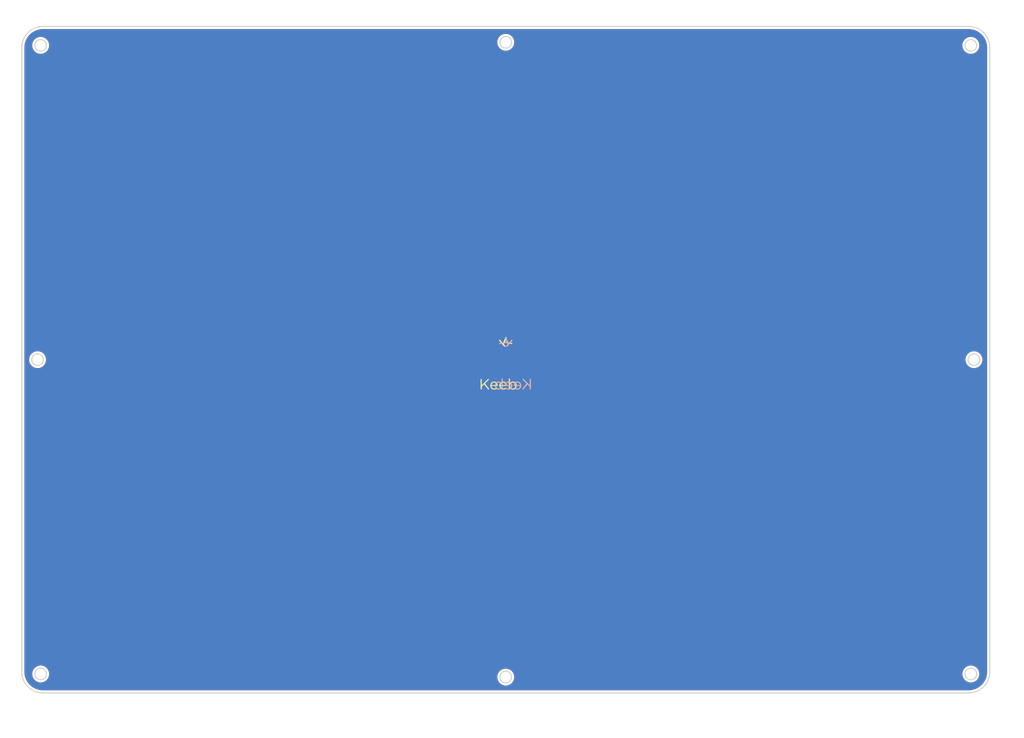
<source format=kicad_pcb>
(kicad_pcb (version 20201002) (generator pcbnew)
  (layers (0 "F.Cu" signal) (31 "B.Cu" signal) (34 "B.Paste" user) (35 "F.Paste" user) (36 "B.SilkS" user "B.Silkscreen") (37 "F.SilkS" user "F.Silkscreen") (38 "B.Mask" user) (39 "F.Mask" user) (44 "Edge.Cuts" user))
  (net 0 "")
  (module "Keebio-Art:Keebio-TwoTone" (layer "F.Cu") (at 119.657914 93.761582)
    (fp_text reference "G***" hide)
    (fp_text value "LOGO" hide)
    (fp_poly (pts (xy -4.610032 3.635048) (xy -4.574385 3.659744) (xy -4.573062 3.661049) (xy -4.542367 3.69174) (xy -4.538133 4.259817) (xy -4.5339 4.827894) (xy -3.959636 4.239171) (xy -3.87329 4.15081) (xy -3.790985 4.066893) (xy -3.713483 3.988185) (xy -3.641547 3.915447) (xy -3.57594 3.849441) (xy -3.517425 3.79093) (xy -3.466763 3.740677) (xy -3.424719 3.699442) (xy -3.392055 3.66799) (xy -3.369533 3.647082) (xy -3.357917 3.637481) (xy -3.357223 3.637091) (xy -3.315768 3.625746) (xy -3.275922 3.630265) (xy -3.240429 3.649614) (xy -3.212031 3.682761) (xy -3.205877 3.694063) (xy -3.199353 3.707359) (xy -3.194315 3.719323) (xy -3.191548 3.730943) (xy -3.191835 3.743206) (xy -3.195961 3.7571) (xy -3.20471 3.773614) (xy -3.218865 3.793734) (xy -3.239212 3.818449) (xy -3.266535 3.848746) (xy -3.301616 3.885613) (xy -3.345241 3.930039) (xy -3.398194 3.98301) (xy -3.461258 4.045515) (xy -3.535219 4.118542) (xy -3.570374 4.153233) (xy -3.635844 4.21804) (xy -3.697497 4.279439) (xy -3.754308 4.336387) (xy -3.805255 4.387841) (xy -3.849313 4.432755) (xy -3.88546 4.470087) (xy -3.91267 4.498792) (xy -3.929922 4.517826) (xy -3.936191 4.526146) (xy -3.936183 4.52633) (xy -3.930404 4.53419) (xy -3.914796 4.55411) (xy -3.890224 4.585018) (xy -3.85755 4.625841) (xy -3.817637 4.675508) (xy -3.771346 4.732947) (xy -3.719542 4.797084) (xy -3.663086 4.866848) (xy -3.602842 4.941166) (xy -3.556 4.998868) (xy -3.4931 5.076429) (xy -3.433082 5.150674) (xy -3.376846 5.220477) (xy -3.325289 5.284713) (xy -3.27931 5.342254) (xy -3.239806 5.391974) (xy -3.207677 5.432749) (xy -3.183819 5.46345) (xy -3.169132 5.482953) (xy -3.164772 5.489371) (xy -3.15189 5.528514) (xy -3.153266 5.567649) (xy -3.166911 5.603669) (xy -3.190838 5.633469) (xy -3.223062 5.653942) (xy -3.261594 5.661982) (xy -3.274827 5.661432) (xy -3.302091 5.655412) (xy -3.32471 5.645045) (xy -3.328808 5.641918) (xy -3.335217 5.635614) (xy -3.344653 5.625335) (xy -3.357754 5.610298) (xy -3.37516 5.589719) (xy -3.397509 5.562813) (xy -3.425442 5.528798) (xy -3.459596 5.486889) (xy -3.500612 5.436303) (xy -3.549128 5.376256) (xy -3.605783 5.305965) (xy -3.671216 5.224645) (xy -3.746067 5.131513) (xy -3.813715 5.047283) (xy -4.10851 4.680133) (xy -4.322963 4.894463) (xy -4.537416 5.108792) (xy -4.542367 5.595129) (xy -4.563533 5.617769) (xy -4.600888 5.648492) (xy -4.639899 5.662392) (xy -4.680796 5.659523) (xy -4.706438 5.649723) (xy -4.730659 5.632714) (xy -4.750159 5.610813) (xy -4.750856 5.609699) (xy -4.75332 5.605142) (xy -4.755514 5.599373) (xy -4.757453 5.591441) (xy -4.759155 5.580392) (xy -4.760633 5.565274) (xy -4.761904 5.545135) (xy -4.762983 5.51902) (xy -4.763887 5.485979) (xy -4.76463 5.445058) (xy -4.765228 5.395304) (xy -4.765697 5.335765) (xy -4.766052 5.265488) (xy -4.766309 5.183521) (xy -4.766483 5.08891) (xy -4.766591 4.980703) (xy -4.766648 4.857948) (xy -4.766668 4.719691) (xy -4.76667 4.643967) (xy -4.766664 4.497669) (xy -4.766633 4.367349) (xy -4.766563 4.252054) (xy -4.766436 4.150827) (xy -4.766236 4.062714) (xy -4.765947 3.98676) (xy -4.765553 3.92201) (xy -4.765036 3.86751) (xy -4.764382 3.822304) (xy -4.763573 3.785438) (xy -4.762594 3.755956) (xy -4.761428 3.732905) (xy -4.760058 3.715329) (xy -4.758468 3.702273) (xy -4.756643 3.692783) (xy -4.754565 3.685903) (xy -4.752218 3.680679) (xy -4.750143 3.677061) (xy -4.722445 3.646067) (xy -4.687541 3.628524) (xy -4.64891 3.624746) (xy -4.610032 3.635048)) (layer "F.SilkS") (width 0.001))
    (fp_poly (pts (xy -0.478468 4.13365) (xy -0.428029 4.136017) (xy -0.389056 4.139502) (xy -0.356084 4.144982) (xy -0.323647 4.153333) (xy -0.291685 4.163588) (xy -0.211835 4.195289) (xy -0.143362 4.233432) (xy -0.081014 4.28127) (xy -0.042333 4.318036) (xy 0.028645 4.40226) (xy 0.086636 4.496947) (xy 0.130871 4.600834) (xy 0.13183 4.603644) (xy 0.151308 4.669315) (xy 0.165587 4.734696) (xy 0.174356 4.796716) (xy 0.177303 4.852305) (xy 0.174119 4.89839) (xy 0.164963 4.930926) (xy 0.159958 4.941778) (xy 0.155174 4.951129) (xy 0.149391 4.959092) (xy 0.141387 4.965777) (xy 0.129942 4.971297) (xy 0.113833 4.975761) (xy 0.09184 4.979283) (xy 0.062741 4.981973) (xy 0.025316 4.983942) (xy -0.021657 4.985302) (xy -0.079398 4.986165) (xy -0.14913 4.986641) (xy -0.232073 4.986843) (xy -0.329448 4.986881) (xy -0.442477 4.986867) (xy -0.448307 4.986867) (xy -0.999834 4.986867) (xy -0.994512 5.018617) (xy -0.971001 5.12002) (xy -0.936491 5.208741) (xy -0.890765 5.285154) (xy -0.833609 5.349632) (xy -0.778054 5.393864) (xy -0.727152 5.425335) (xy -0.678022 5.448157) (xy -0.623609 5.465239) (xy -0.582213 5.474612) (xy -0.487964 5.485208) (xy -0.393156 5.479322) (xy -0.299079 5.457307) (xy -0.207023 5.419512) (xy -0.118278 5.366288) (xy -0.080964 5.338352) (xy -0.050857 5.31521) (xy -0.028891 5.301182) (xy -0.01059 5.294092) (xy 0.008525 5.291763) (xy 0.015057 5.291667) (xy 0.04168 5.29399) (xy 0.061975 5.303408) (xy 0.08128 5.320453) (xy 0.100225 5.342676) (xy 0.108571 5.363815) (xy 0.110067 5.384316) (xy 0.108367 5.405489) (xy 0.101436 5.423568) (xy 0.086528 5.443909) (xy 0.070222 5.461989) (xy 0.008577 5.517834) (xy -0.06569 5.568515) (xy -0.148544 5.611908) (xy -0.235949 5.645889) (xy -0.320552 5.667714) (xy -0.373871 5.674982) (xy -0.436452 5.679052) (xy -0.502503 5.679914) (xy -0.566232 5.677559) (xy -0.621847 5.671976) (xy -0.643467 5.668249) (xy -0.749752 5.638361) (xy -0.847634 5.593907) (xy -0.937659 5.534574) (xy -1.020374 5.460047) (xy -1.037155 5.442121) (xy -1.102608 5.357689) (xy -1.154444 5.263592) (xy -1.19244 5.160528) (xy -1.216373 5.049191) (xy -1.226022 4.930277) (xy -1.224864 4.855633) (xy -1.220558 4.817533) (xy -0.998643 4.817533) (xy -0.0508 4.817533) (xy -0.050859 4.798483) (xy -0.054387 4.766646) (xy -0.063814 4.724505) (xy -0.077643 4.676989) (xy -0.094374 4.629026) (xy -0.11251 4.585545) (xy -0.120697 4.568815) (xy -0.16784 4.493978) (xy -0.224464 4.431547) (xy -0.289267 4.382588) (xy -0.360946 4.348164) (xy -0.407033 4.334859) (xy -0.452659 4.328586) (xy -0.507 4.326915) (xy -0.564289 4.329505) (xy -0.618759 4.336012) (xy -0.664643 4.346094) (xy -0.679236 4.351026) (xy -0.753103 4.388658) (xy -0.819198 4.440594) (xy -0.876708 4.505699) (xy -0.924821 4.58284) (xy -0.962725 4.670883) (xy -0.989609 4.768696) (xy -0.993715 4.790017) (xy -0.998643 4.817533) (xy -1.220558 4.817533) (xy -1.211406 4.73656) (xy -1.183284 4.62592) (xy -1.140426 4.523551) (xy -1.082759 4.429294) (xy -1.010211 4.342988) (xy -0.979498 4.31296) (xy -0.901498 4.248552) (xy -0.821399 4.199199) (xy -0.736923 4.164086) (xy -0.64579 4.142397) (xy -0.545723 4.133316) (xy -0.478468 4.13365)) (layer "F.SilkS") (width 0.001))
    (fp_poly (pts (xy -2.138437 4.13646) (xy -2.03358 4.153331) (xy -1.937527 4.184665) (xy -1.850241 4.230484) (xy -1.771689 4.290807) (xy -1.701834 4.365658) (xy -1.640643 4.455057) (xy -1.599839 4.532894) (xy -1.575806 4.588915) (xy -1.55788 4.642585) (xy -1.544538 4.699655) (xy -1.534254 4.765875) (xy -1.531111 4.792133) (xy -1.526342 4.842545) (xy -1.525579 4.879971) (xy -1.529489 4.908024) (xy -1.538736 4.93032) (xy -1.553986 4.950473) (xy -1.561752 4.958579) (xy -1.59004 4.986867) (xy -2.145453 4.986867) (xy -2.256185 4.986887) (xy -2.351182 4.986968) (xy -2.431646 4.987143) (xy -2.498774 4.987444) (xy -2.553768 4.987902) (xy -2.597825 4.98855) (xy -2.632147 4.989419) (xy -2.657931 4.990541) (xy -2.676379 4.991949) (xy -2.688689 4.993675) (xy -2.696061 4.99575) (xy -2.699694 4.998207) (xy -2.700788 5.001077) (xy -2.700807 5.001683) (xy -2.697536 5.029551) (xy -2.688894 5.0679) (xy -2.676395 5.111742) (xy -2.661546 5.156084) (xy -2.64586 5.195938) (xy -2.635195 5.218482) (xy -2.585643 5.295321) (xy -2.524024 5.360306) (xy -2.450479 5.413316) (xy -2.365151 5.454231) (xy -2.352333 5.458966) (xy -2.322891 5.468704) (xy -2.296245 5.475168) (xy -2.267449 5.479024) (xy -2.231556 5.480938) (xy -2.1844 5.481571) (xy -2.134573 5.481198) (xy -2.096485 5.479209) (xy -2.064973 5.475013) (xy -2.034874 5.46802) (xy -2.015365 5.462242) (xy -1.947778 5.437838) (xy -1.887236 5.408167) (xy -1.827285 5.369798) (xy -1.791698 5.343336) (xy -1.759172 5.31889) (xy -1.735531 5.303507) (xy -1.71683 5.295202) (xy -1.699124 5.291987) (xy -1.689124 5.291667) (xy -1.650582 5.299153) (xy -1.620137 5.319602) (xy -1.600274 5.350003) (xy -1.593476 5.387344) (xy -1.595308 5.405431) (xy -1.60251 5.425311) (xy -1.618264 5.447286) (xy -1.644977 5.474496) (xy -1.65589 5.484514) (xy -1.738312 5.548454) (xy -1.831968 5.602563) (xy -1.93306 5.644808) (xy -1.985433 5.660908) (xy -2.021195 5.667771) (xy -2.069126 5.673032) (xy -2.124754 5.676591) (xy -2.183602 5.678347) (xy -2.241195 5.6782) (xy -2.293059 5.676051) (xy -2.334718 5.671799) (xy -2.3495 5.669045) (xy -2.454823 5.637921) (xy -2.548951 5.595231) (xy -2.63412 5.539719) (xy -2.712567 5.470133) (xy -2.722519 5.45985) (xy -2.792563 5.375728) (xy -2.847821 5.28536) (xy -2.889783 5.186104) (xy -2.9055 5.135033) (xy -2.914792 5.08878) (xy -2.921374 5.030337) (xy -2.925212 4.964239) (xy -2.926266 4.895016) (xy -2.924502 4.827203) (xy -2.923114 4.808621) (xy -2.700867 4.808621) (xy -2.693787 4.810776) (xy -2.672304 4.81262) (xy -2.636055 4.81416) (xy -2.584676 4.815402) (xy -2.517803 4.816354) (xy -2.435074 4.817021) (xy -2.336124 4.817412) (xy -2.226215 4.817533) (xy -1.751563 4.817533) (xy -1.757405 4.777317) (xy -1.777882 4.682663) (xy -1.810062 4.596262) (xy -1.85293 4.519431) (xy -1.905472 4.45349) (xy -1.966672 4.399758) (xy -2.035514 4.359554) (xy -2.0955 4.337993) (xy -2.142219 4.329835) (xy -2.198525 4.326527) (xy -2.257819 4.327936) (xy -2.313505 4.333927) (xy -2.355569 4.343275) (xy -2.431605 4.375491) (xy -2.50078 4.42255) (xy -2.561862 4.483329) (xy -2.61362 4.556701) (xy -2.636959 4.600534) (xy -2.654473 4.640927) (xy -2.671028 4.685962) (xy -2.685188 4.730969) (xy -2.695519 4.771273) (xy -2.700587 4.802204) (xy -2.700867 4.808621) (xy -2.923114 4.808621) (xy -2.919882 4.765331) (xy -2.912369 4.713933) (xy -2.909033 4.69919) (xy -2.88169 4.608385) (xy -2.848204 4.529382) (xy -2.805991 4.457678) (xy -2.752471 4.388773) (xy -2.697523 4.330394) (xy -2.623486 4.263878) (xy -2.549549 4.212629) (xy -2.472624 4.175287) (xy -2.389622 4.150488) (xy -2.297453 4.136872) (xy -2.252133 4.134029) (xy -2.138437 4.13646)) (layer "F.SilkS") (width 0.001))
    (fp_poly (pts (xy 0.089865 -4.266584) (xy 0.136162 -4.252784) (xy 0.14846 -4.246309) (xy 0.179812 -4.222282) (xy 0.200946 -4.194445) (xy 0.209509 -4.166438) (xy 0.208365 -4.153599) (xy 0.203864 -4.142336) (xy 0.192807 -4.117391) (xy 0.175938 -4.080366) (xy 0.153997 -4.03286) (xy 0.127727 -3.976472) (xy 0.097869 -3.912803) (xy 0.065167 -3.843451) (xy 0.033646 -3.77693) (xy -0.000772 -3.704063) (xy -0.032745 -3.635595) (xy -0.061567 -3.573097) (xy -0.086532 -3.518135) (xy -0.106934 -3.472279) (xy -0.122066 -3.437098) (xy -0.131221 -3.414159) (xy -0.133756 -3.405203) (xy -0.124645 -3.398844) (xy -0.100271 -3.390207) (xy -0.062112 -3.37957) (xy -0.011646 -3.367208) (xy 0.04965 -3.353398) (xy 0.120299 -3.338417) (xy 0.198824 -3.322541) (xy 0.283746 -3.306045) (xy 0.373589 -3.289207) (xy 0.466874 -3.272303) (xy 0.562126 -3.255608) (xy 0.657866 -3.2394) (xy 0.752616 -3.223954) (xy 0.844901 -3.209548) (xy 0.933241 -3.196457) (xy 1.01616 -3.184957) (xy 1.09218 -3.175326) (xy 1.100667 -3.17432) (xy 1.154358 -3.16668) (xy 1.19383 -3.157609) (xy 1.221789 -3.146139) (xy 1.240943 -3.1313) (xy 1.248723 -3.121324) (xy 1.262648 -3.088029) (xy 1.261133 -3.056725) (xy 1.245661 -3.028909) (xy 1.217718 -3.006078) (xy 1.178789 -2.98973) (xy 1.130358 -2.981362) (xy 1.109133 -2.980585) (xy 1.073188 -2.981759) (xy 1.028648 -2.985437) (xy 0.974705 -2.991757) (xy 0.91055 -3.000859) (xy 0.835372 -3.012881) (xy 0.748364 -3.027963) (xy 0.648716 -3.046243) (xy 0.535619 -3.067862) (xy 0.408263 -3.092957) (xy 0.26584 -3.121669) (xy 0.147888 -3.145816) (xy 0.072965 -3.161152) (xy 0.002726 -3.175362) (xy -0.060994 -3.188086) (xy -0.116359 -3.198965) (xy -0.161531 -3.207641) (xy -0.194676 -3.213754) (xy -0.213958 -3.216945) (xy -0.217742 -3.217333) (xy -0.225887 -3.214884) (xy -0.235249 -3.206225) (xy -0.24711 -3.189388) (xy -0.262749 -3.162407) (xy -0.283446 -3.123312) (xy -0.300014 -3.090877) (xy -0.321486 -3.047252) (xy -0.339897 -3.007493) (xy -0.353936 -2.974618) (xy -0.362295 -2.951647) (xy -0.364067 -2.943198) (xy -0.361035 -2.933209) (xy -0.351252 -2.917818) (xy -0.333683 -2.895826) (xy -0.307297 -2.866031) (xy -0.271058 -2.82723) (xy -0.223935 -2.778224) (xy -0.208854 -2.76272) (xy -0.166646 -2.719102) (xy -0.128041 -2.678621) (xy -0.094735 -2.643099) (xy -0.068419 -2.614358) (xy -0.050786 -2.594221) (xy -0.043754 -2.584989) (xy -0.034417 -2.551496) (xy -0.041801 -2.51848) (xy -0.052222 -2.502016) (xy -0.083014 -2.475813) (xy -0.123818 -2.459823) (xy -0.170851 -2.454443) (xy -0.220326 -2.46007) (xy -0.268458 -2.477102) (xy -0.272083 -2.478941) (xy -0.289261 -2.489253) (xy -0.308398 -2.503845) (xy -0.331119 -2.524306) (xy -0.359048 -2.552222) (xy -0.393809 -2.589182) (xy -0.437027 -2.636775) (xy -0.461433 -2.664066) (xy -0.511634 -2.72094) (xy -0.568004 -2.785706) (xy -0.626356 -2.853493) (xy -0.682504 -2.919434) (xy -0.732261 -2.978661) (xy -0.740833 -2.988979) (xy -0.785471 -3.042578) (xy -0.837689 -3.104886) (xy -0.894014 -3.171783) (xy -0.950974 -3.239148) (xy -1.005094 -3.302864) (xy -1.03625 -3.339371) (xy -1.10431 -3.419477) (xy -1.161366 -3.487836) (xy -1.207931 -3.545113) (xy -1.244523 -3.591973) (xy -1.271654 -3.629079) (xy -1.28984 -3.657097) (xy -1.299597 -3.676691) (xy -1.30097 -3.681076) (xy -1.300506 -3.709839) (xy -1.286123 -3.735664) (xy -1.260761 -3.757208) (xy -1.227358 -3.77313) (xy -1.188853 -3.782086) (xy -1.148186 -3.782735) (xy -1.108296 -3.773734) (xy -1.102821 -3.771577) (xy -1.07799 -3.75923) (xy -1.057678 -3.745904) (xy -1.055502 -3.74406) (xy -1.046492 -3.733985) (xy -1.028526 -3.712222) (xy -1.002981 -3.680498) (xy -0.971232 -3.640542) (xy -0.934657 -3.594081) (xy -0.894632 -3.542843) (xy -0.871967 -3.513667) (xy -0.810719 -3.435334) (xy -0.754735 -3.365073) (xy -0.704727 -3.303722) (xy -0.661407 -3.252117) (xy -0.625486 -3.211097) (xy -0.597676 -3.181499) (xy -0.578689 -3.16416) (xy -0.571263 -3.15982) (xy -0.566406 -3.159334) (xy -0.561342 -3.161458) (xy -0.555209 -3.167733) (xy -0.54715 -3.179702) (xy -0.536303 -3.198905) (xy -0.521809 -3.226885) (xy -0.502809 -3.265185) (xy -0.478443 -3.315344) (xy -0.447851 -3.378907) (xy -0.44006 -3.395133) (xy -0.393083 -3.493298) (xy -0.352287 -3.579282) (xy -0.316312 -3.656066) (xy -0.283795 -3.726631) (xy -0.253376 -3.793956) (xy -0.223693 -3.861022) (xy -0.193385 -3.930809) (xy -0.163558 -4.0005) (xy -0.141336 -4.052163) (xy -0.120281 -4.100106) (xy -0.101639 -4.141568) (xy -0.086656 -4.17379) (xy -0.076579 -4.194012) (xy -0.074638 -4.197425) (xy -0.044407 -4.231661) (xy -0.004315 -4.255169) (xy 0.041741 -4.267094) (xy 0.089865 -4.266584)) (layer "F.SilkS") (width 0.001))
    (fp_poly (pts (xy 0.705928 3.541983) (xy 0.739946 3.557493) (xy 0.744721 3.561242) (xy 0.756086 3.570812) (xy 0.76563 3.579767) (xy 0.773513 3.589598) (xy 0.779894 3.601793) (xy 0.784935 3.617842) (xy 0.788794 3.639235) (xy 0.791631 3.66746) (xy 0.793606 3.704008) (xy 0.79488 3.750368) (xy 0.795611 3.808029) (xy 0.79596 3.87848) (xy 0.796087 3.963212) (xy 0.796135 4.040296) (xy 0.796403 4.449233) (xy 0.814434 4.423833) (xy 0.837211 4.395867) (xy 0.869568 4.361471) (xy 0.90787 4.324003) (xy 0.948485 4.286822) (xy 0.987776 4.253288) (xy 1.02211 4.226758) (xy 1.0414 4.214067) (xy 1.077962 4.19507) (xy 1.121578 4.17562) (xy 1.162993 4.159835) (xy 1.164167 4.15944) (xy 1.192021 4.150597) (xy 1.216621 4.144385) (xy 1.242004 4.140339) (xy 1.272209 4.137994) (xy 1.311274 4.136887) (xy 1.363133 4.136552) (xy 1.413794 4.136623) (xy 1.45166 4.137401) (xy 1.480866 4.139424) (xy 1.505552 4.143232) (xy 1.529852 4.149365) (xy 1.557905 4.158363) (xy 1.5748 4.164163) (xy 1.669636 4.205107) (xy 1.758601 4.259437) (xy 1.839427 4.325133) (xy 1.909845 4.400178) (xy 1.967588 4.482552) (xy 1.998086 4.540904) (xy 2.033841 4.638122) (xy 2.05748 4.743129) (xy 2.069043 4.852696) (xy 2.068572 4.963596) (xy 2.056107 5.072598) (xy 2.031688 5.176473) (xy 1.995356 5.271993) (xy 1.988727 5.285711) (xy 1.936133 5.373393) (xy 1.87059 5.453267) (xy 1.794303 5.523684) (xy 1.709475 5.582996) (xy 1.61831 5.629552) (xy 1.523011 5.661703) (xy 1.47236 5.672212) (xy 1.408483 5.67875) (xy 1.338413 5.679613) (xy 1.270362 5.674934) (xy 1.227667 5.668297) (xy 1.128038 5.639404) (xy 1.034122 5.594946) (xy 0.947113 5.535679) (xy 0.868204 5.462356) (xy 0.828277 5.41579) (xy 0.795867 5.374813) (xy 0.795867 5.470267) (xy 0.795318 5.515578) (xy 0.7933 5.548227) (xy 0.789252 5.57246) (xy 0.782614 5.592522) (xy 0.778559 5.601473) (xy 0.754454 5.634346) (xy 0.722368 5.654865) (xy 0.685959 5.662974) (xy 0.648884 5.65862) (xy 0.6148 5.641747) (xy 0.587366 5.6123) (xy 0.582738 5.604411) (xy 0.580364 5.599382) (xy 0.578246 5.593014) (xy 0.576369 5.584371) (xy 0.574718 5.572513) (xy 0.573279 5.556504) (xy 0.572038 5.535405) (xy 0.570979 5.508278) (xy 0.57009 5.474186) (xy 0.569354 5.432191) (xy 0.568757 5.381354) (xy 0.568286 5.320738) (xy 0.567925 5.249405) (xy 0.56766 5.166417) (xy 0.567477 5.070835) (xy 0.56736 4.961723) (xy 0.56731 4.863934) (xy 0.788704 4.863934) (xy 0.789824 4.946434) (xy 0.79901 5.027808) (xy 0.815999 5.102959) (xy 0.834338 5.153618) (xy 0.877723 5.232086) (xy 0.934118 5.303005) (xy 1.001102 5.364359) (xy 1.076255 5.41413) (xy 1.157156 5.4503) (xy 1.207405 5.464623) (xy 1.259798 5.472164) (xy 1.320893 5.474394) (xy 1.383826 5.471527) (xy 1.441732 5.463778) (xy 1.4732 5.456293) (xy 1.549899 5.425463) (xy 1.621928 5.381076) (xy 1.686168 5.325736) (xy 1.7395 5.262047) (xy 1.772325 5.206608) (xy 1.796464 5.152147) (xy 1.813663 5.099971) (xy 1.825176 5.044725) (xy 1.832255 4.981057) (xy 1.834735 4.940075) (xy 1.833889 4.836727) (xy 1.820617 4.743866) (xy 1.794355 4.659898) (xy 1.754538 4.583223) (xy 1.700601 4.512246) (xy 1.673247 4.483398) (xy 1.614584 4.431037) (xy 1.556185 4.39215) (xy 1.493319 4.364031) (xy 1.434553 4.346978) (xy 1.377098 4.338407) (xy 1.311547 4.336588) (xy 1.244667 4.341197) (xy 1.183225 4.35191) (xy 1.153814 4.36042) (xy 1.077077 4.395425) (xy 1.004567 4.44467) (xy 0.93879 4.505548) (xy 0.882255 4.575454) (xy 0.83747 4.651782) (xy 0.811717 4.715933) (xy 0.795914 4.785401) (xy 0.788704 4.863934) (xy 0.56731 4.863934) (xy 0.567296 4.838143) (xy 0.56727 4.699155) (xy 0.567267 4.60361) (xy 0.567291 4.451812) (xy 0.567372 4.316055) (xy 0.56752 4.195448) (xy 0.567747 4.089099) (xy 0.568062 3.996115) (xy 0.568477 3.915607) (xy 0.569003 3.846681) (xy 0.569651 3.788445) (xy 0.57043 3.740009) (xy 0.571353 3.70048) (xy 0.572431 3.668966) (xy 0.573673 3.644576) (xy 0.575091 3.626417) (xy 0.576696 3.613599) (xy 0.578498 3.605229) (xy 0.579457 3.60248) (xy 0.600834 3.571171) (xy 0.631972 3.54992) (xy 0.668471 3.539824) (xy 0.705928 3.541983)) (layer "F.SilkS") (width 0.001))
  )
  (module "Keebio-Art:Keebio-TwoTone" (layer "B.Cu") (at 119.657914 93.761582 180)
    (fp_text reference "G***" hide)
    (fp_text value "LOGO" hide)
    (fp_poly (pts (xy 0.705928 -3.541983) (xy 0.739946 -3.557493) (xy 0.744721 -3.561242) (xy 0.756086 -3.570812) (xy 0.76563 -3.579767) (xy 0.773513 -3.589598) (xy 0.779894 -3.601793) (xy 0.784935 -3.617842) (xy 0.788794 -3.639235) (xy 0.791631 -3.66746) (xy 0.793606 -3.704008) (xy 0.79488 -3.750368) (xy 0.795611 -3.808029) (xy 0.79596 -3.87848) (xy 0.796087 -3.963212) (xy 0.796135 -4.040296) (xy 0.796403 -4.449233) (xy 0.814434 -4.423833) (xy 0.837211 -4.395867) (xy 0.869568 -4.361471) (xy 0.90787 -4.324003) (xy 0.948485 -4.286822) (xy 0.987776 -4.253288) (xy 1.02211 -4.226758) (xy 1.0414 -4.214067) (xy 1.077962 -4.19507) (xy 1.121578 -4.17562) (xy 1.162993 -4.159835) (xy 1.164167 -4.15944) (xy 1.192021 -4.150597) (xy 1.216621 -4.144385) (xy 1.242004 -4.140339) (xy 1.272209 -4.137994) (xy 1.311274 -4.136887) (xy 1.363133 -4.136552) (xy 1.413794 -4.136623) (xy 1.45166 -4.137401) (xy 1.480866 -4.139424) (xy 1.505552 -4.143232) (xy 1.529852 -4.149365) (xy 1.557905 -4.158363) (xy 1.5748 -4.164163) (xy 1.669636 -4.205107) (xy 1.758601 -4.259437) (xy 1.839427 -4.325133) (xy 1.909845 -4.400178) (xy 1.967588 -4.482552) (xy 1.998086 -4.540904) (xy 2.033841 -4.638122) (xy 2.05748 -4.743129) (xy 2.069043 -4.852696) (xy 2.068572 -4.963596) (xy 2.056107 -5.072598) (xy 2.031688 -5.176473) (xy 1.995356 -5.271993) (xy 1.988727 -5.285711) (xy 1.936133 -5.373393) (xy 1.87059 -5.453267) (xy 1.794303 -5.523684) (xy 1.709475 -5.582996) (xy 1.61831 -5.629552) (xy 1.523011 -5.661703) (xy 1.47236 -5.672212) (xy 1.408483 -5.67875) (xy 1.338413 -5.679613) (xy 1.270362 -5.674934) (xy 1.227667 -5.668297) (xy 1.128038 -5.639404) (xy 1.034122 -5.594946) (xy 0.947113 -5.535679) (xy 0.868204 -5.462356) (xy 0.828277 -5.41579) (xy 0.795867 -5.374813) (xy 0.795867 -5.470267) (xy 0.795318 -5.515578) (xy 0.7933 -5.548227) (xy 0.789252 -5.57246) (xy 0.782614 -5.592522) (xy 0.778559 -5.601473) (xy 0.754454 -5.634346) (xy 0.722368 -5.654865) (xy 0.685959 -5.662974) (xy 0.648884 -5.65862) (xy 0.6148 -5.641747) (xy 0.587366 -5.6123) (xy 0.582738 -5.604411) (xy 0.580364 -5.599382) (xy 0.578246 -5.593014) (xy 0.576369 -5.584371) (xy 0.574718 -5.572513) (xy 0.573279 -5.556504) (xy 0.572038 -5.535405) (xy 0.570979 -5.508278) (xy 0.57009 -5.474186) (xy 0.569354 -5.432191) (xy 0.568757 -5.381354) (xy 0.568286 -5.320738) (xy 0.567925 -5.249405) (xy 0.56766 -5.166417) (xy 0.567477 -5.070835) (xy 0.56736 -4.961723) (xy 0.56731 -4.863934) (xy 0.788704 -4.863934) (xy 0.789824 -4.946434) (xy 0.79901 -5.027808) (xy 0.815999 -5.102959) (xy 0.834338 -5.153618) (xy 0.877723 -5.232086) (xy 0.934118 -5.303005) (xy 1.001102 -5.364359) (xy 1.076255 -5.41413) (xy 1.157156 -5.4503) (xy 1.207405 -5.464623) (xy 1.259798 -5.472164) (xy 1.320893 -5.474394) (xy 1.383826 -5.471527) (xy 1.441732 -5.463778) (xy 1.4732 -5.456293) (xy 1.549899 -5.425463) (xy 1.621928 -5.381076) (xy 1.686168 -5.325736) (xy 1.7395 -5.262047) (xy 1.772325 -5.206608) (xy 1.796464 -5.152147) (xy 1.813663 -5.099971) (xy 1.825176 -5.044725) (xy 1.832255 -4.981057) (xy 1.834735 -4.940075) (xy 1.833889 -4.836727) (xy 1.820617 -4.743866) (xy 1.794355 -4.659898) (xy 1.754538 -4.583223) (xy 1.700601 -4.512246) (xy 1.673247 -4.483398) (xy 1.614584 -4.431037) (xy 1.556185 -4.39215) (xy 1.493319 -4.364031) (xy 1.434553 -4.346978) (xy 1.377098 -4.338407) (xy 1.311547 -4.336588) (xy 1.244667 -4.341197) (xy 1.183225 -4.35191) (xy 1.153814 -4.36042) (xy 1.077077 -4.395425) (xy 1.004567 -4.44467) (xy 0.93879 -4.505548) (xy 0.882255 -4.575454) (xy 0.83747 -4.651782) (xy 0.811717 -4.715933) (xy 0.795914 -4.785401) (xy 0.788704 -4.863934) (xy 0.56731 -4.863934) (xy 0.567296 -4.838143) (xy 0.56727 -4.699155) (xy 0.567267 -4.60361) (xy 0.567291 -4.451812) (xy 0.567372 -4.316055) (xy 0.56752 -4.195448) (xy 0.567747 -4.089099) (xy 0.568062 -3.996115) (xy 0.568477 -3.915607) (xy 0.569003 -3.846681) (xy 0.569651 -3.788445) (xy 0.57043 -3.740009) (xy 0.571353 -3.70048) (xy 0.572431 -3.668966) (xy 0.573673 -3.644576) (xy 0.575091 -3.626417) (xy 0.576696 -3.613599) (xy 0.578498 -3.605229) (xy 0.579457 -3.60248) (xy 0.600834 -3.571171) (xy 0.631972 -3.54992) (xy 0.668471 -3.539824) (xy 0.705928 -3.541983)) (layer "B.SilkS") (width 0.001))
    (fp_poly (pts (xy 0.089865 4.266584) (xy 0.136162 4.252784) (xy 0.14846 4.246309) (xy 0.179812 4.222282) (xy 0.200946 4.194445) (xy 0.209509 4.166438) (xy 0.208365 4.153599) (xy 0.203864 4.142336) (xy 0.192807 4.117391) (xy 0.175938 4.080366) (xy 0.153997 4.03286) (xy 0.127727 3.976472) (xy 0.097869 3.912803) (xy 0.065167 3.843451) (xy 0.033646 3.77693) (xy -0.000772 3.704063) (xy -0.032745 3.635595) (xy -0.061567 3.573097) (xy -0.086532 3.518135) (xy -0.106934 3.472279) (xy -0.122066 3.437098) (xy -0.131221 3.414159) (xy -0.133756 3.405203) (xy -0.124645 3.398844) (xy -0.100271 3.390207) (xy -0.062112 3.37957) (xy -0.011646 3.367208) (xy 0.04965 3.353398) (xy 0.120299 3.338417) (xy 0.198824 3.322541) (xy 0.283746 3.306045) (xy 0.373589 3.289207) (xy 0.466874 3.272303) (xy 0.562126 3.255608) (xy 0.657866 3.2394) (xy 0.752616 3.223954) (xy 0.844901 3.209548) (xy 0.933241 3.196457) (xy 1.01616 3.184957) (xy 1.09218 3.175326) (xy 1.100667 3.17432) (xy 1.154358 3.16668) (xy 1.19383 3.157609) (xy 1.221789 3.146139) (xy 1.240943 3.1313) (xy 1.248723 3.121324) (xy 1.262648 3.088029) (xy 1.261133 3.056725) (xy 1.245661 3.028909) (xy 1.217718 3.006078) (xy 1.178789 2.98973) (xy 1.130358 2.981362) (xy 1.109133 2.980585) (xy 1.073188 2.981759) (xy 1.028648 2.985437) (xy 0.974705 2.991757) (xy 0.91055 3.000859) (xy 0.835372 3.012881) (xy 0.748364 3.027963) (xy 0.648716 3.046243) (xy 0.535619 3.067862) (xy 0.408263 3.092957) (xy 0.26584 3.121669) (xy 0.147888 3.145816) (xy 0.072965 3.161152) (xy 0.002726 3.175362) (xy -0.060994 3.188086) (xy -0.116359 3.198965) (xy -0.161531 3.207641) (xy -0.194676 3.213754) (xy -0.213958 3.216945) (xy -0.217742 3.217333) (xy -0.225887 3.214884) (xy -0.235249 3.206225) (xy -0.24711 3.189388) (xy -0.262749 3.162407) (xy -0.283446 3.123312) (xy -0.300014 3.090877) (xy -0.321486 3.047252) (xy -0.339897 3.007493) (xy -0.353936 2.974618) (xy -0.362295 2.951647) (xy -0.364067 2.943198) (xy -0.361035 2.933209) (xy -0.351252 2.917818) (xy -0.333683 2.895826) (xy -0.307297 2.866031) (xy -0.271058 2.82723) (xy -0.223935 2.778224) (xy -0.208854 2.76272) (xy -0.166646 2.719102) (xy -0.128041 2.678621) (xy -0.094735 2.643099) (xy -0.068419 2.614358) (xy -0.050786 2.594221) (xy -0.043754 2.584989) (xy -0.034417 2.551496) (xy -0.041801 2.51848) (xy -0.052222 2.502016) (xy -0.083014 2.475813) (xy -0.123818 2.459823) (xy -0.170851 2.454443) (xy -0.220326 2.46007) (xy -0.268458 2.477102) (xy -0.272083 2.478941) (xy -0.289261 2.489253) (xy -0.308398 2.503845) (xy -0.331119 2.524306) (xy -0.359048 2.552222) (xy -0.393809 2.589182) (xy -0.437027 2.636775) (xy -0.461433 2.664066) (xy -0.511634 2.72094) (xy -0.568004 2.785706) (xy -0.626356 2.853493) (xy -0.682504 2.919434) (xy -0.732261 2.978661) (xy -0.740833 2.988979) (xy -0.785471 3.042578) (xy -0.837689 3.104886) (xy -0.894014 3.171783) (xy -0.950974 3.239148) (xy -1.005094 3.302864) (xy -1.03625 3.339371) (xy -1.10431 3.419477) (xy -1.161366 3.487836) (xy -1.207931 3.545113) (xy -1.244523 3.591973) (xy -1.271654 3.629079) (xy -1.28984 3.657097) (xy -1.299597 3.676691) (xy -1.30097 3.681076) (xy -1.300506 3.709839) (xy -1.286123 3.735664) (xy -1.260761 3.757208) (xy -1.227358 3.77313) (xy -1.188853 3.782086) (xy -1.148186 3.782735) (xy -1.108296 3.773734) (xy -1.102821 3.771577) (xy -1.07799 3.75923) (xy -1.057678 3.745904) (xy -1.055502 3.74406) (xy -1.046492 3.733985) (xy -1.028526 3.712222) (xy -1.002981 3.680498) (xy -0.971232 3.640542) (xy -0.934657 3.594081) (xy -0.894632 3.542843) (xy -0.871967 3.513667) (xy -0.810719 3.435334) (xy -0.754735 3.365073) (xy -0.704727 3.303722) (xy -0.661407 3.252117) (xy -0.625486 3.211097) (xy -0.597676 3.181499) (xy -0.578689 3.16416) (xy -0.571263 3.15982) (xy -0.566406 3.159334) (xy -0.561342 3.161458) (xy -0.555209 3.167733) (xy -0.54715 3.179702) (xy -0.536303 3.198905) (xy -0.521809 3.226885) (xy -0.502809 3.265185) (xy -0.478443 3.315344) (xy -0.447851 3.378907) (xy -0.44006 3.395133) (xy -0.393083 3.493298) (xy -0.352287 3.579282) (xy -0.316312 3.656066) (xy -0.283795 3.726631) (xy -0.253376 3.793956) (xy -0.223693 3.861022) (xy -0.193385 3.930809) (xy -0.163558 4.0005) (xy -0.141336 4.052163) (xy -0.120281 4.100106) (xy -0.101639 4.141568) (xy -0.086656 4.17379) (xy -0.076579 4.194012) (xy -0.074638 4.197425) (xy -0.044407 4.231661) (xy -0.004315 4.255169) (xy 0.041741 4.267094) (xy 0.089865 4.266584)) (layer "B.SilkS") (width 0.001))
    (fp_poly (pts (xy -4.610032 -3.635048) (xy -4.574385 -3.659744) (xy -4.573062 -3.661049) (xy -4.542367 -3.69174) (xy -4.538133 -4.259817) (xy -4.5339 -4.827894) (xy -3.959636 -4.239171) (xy -3.87329 -4.15081) (xy -3.790985 -4.066893) (xy -3.713483 -3.988185) (xy -3.641547 -3.915447) (xy -3.57594 -3.849441) (xy -3.517425 -3.79093) (xy -3.466763 -3.740677) (xy -3.424719 -3.699442) (xy -3.392055 -3.66799) (xy -3.369533 -3.647082) (xy -3.357917 -3.637481) (xy -3.357223 -3.637091) (xy -3.315768 -3.625746) (xy -3.275922 -3.630265) (xy -3.240429 -3.649614) (xy -3.212031 -3.682761) (xy -3.205877 -3.694063) (xy -3.199353 -3.707359) (xy -3.194315 -3.719323) (xy -3.191548 -3.730943) (xy -3.191835 -3.743206) (xy -3.195961 -3.7571) (xy -3.20471 -3.773614) (xy -3.218865 -3.793734) (xy -3.239212 -3.818449) (xy -3.266535 -3.848746) (xy -3.301616 -3.885613) (xy -3.345241 -3.930039) (xy -3.398194 -3.98301) (xy -3.461258 -4.045515) (xy -3.535219 -4.118542) (xy -3.570374 -4.153233) (xy -3.635844 -4.21804) (xy -3.697497 -4.279439) (xy -3.754308 -4.336387) (xy -3.805255 -4.387841) (xy -3.849313 -4.432755) (xy -3.88546 -4.470087) (xy -3.91267 -4.498792) (xy -3.929922 -4.517826) (xy -3.936191 -4.526146) (xy -3.936183 -4.52633) (xy -3.930404 -4.53419) (xy -3.914796 -4.55411) (xy -3.890224 -4.585018) (xy -3.85755 -4.625841) (xy -3.817637 -4.675508) (xy -3.771346 -4.732947) (xy -3.719542 -4.797084) (xy -3.663086 -4.866848) (xy -3.602842 -4.941166) (xy -3.556 -4.998868) (xy -3.4931 -5.076429) (xy -3.433082 -5.150674) (xy -3.376846 -5.220477) (xy -3.325289 -5.284713) (xy -3.27931 -5.342254) (xy -3.239806 -5.391974) (xy -3.207677 -5.432749) (xy -3.183819 -5.46345) (xy -3.169132 -5.482953) (xy -3.164772 -5.489371) (xy -3.15189 -5.528514) (xy -3.153266 -5.567649) (xy -3.166911 -5.603669) (xy -3.190838 -5.633469) (xy -3.223062 -5.653942) (xy -3.261594 -5.661982) (xy -3.274827 -5.661432) (xy -3.302091 -5.655412) (xy -3.32471 -5.645045) (xy -3.328808 -5.641918) (xy -3.335217 -5.635614) (xy -3.344653 -5.625335) (xy -3.357754 -5.610298) (xy -3.37516 -5.589719) (xy -3.397509 -5.562813) (xy -3.425442 -5.528798) (xy -3.459596 -5.486889) (xy -3.500612 -5.436303) (xy -3.549128 -5.376256) (xy -3.605783 -5.305965) (xy -3.671216 -5.224645) (xy -3.746067 -5.131513) (xy -3.813715 -5.047283) (xy -4.10851 -4.680133) (xy -4.322963 -4.894463) (xy -4.537416 -5.108792) (xy -4.542367 -5.595129) (xy -4.563533 -5.617769) (xy -4.600888 -5.648492) (xy -4.639899 -5.662392) (xy -4.680796 -5.659523) (xy -4.706438 -5.649723) (xy -4.730659 -5.632714) (xy -4.750159 -5.610813) (xy -4.750856 -5.609699) (xy -4.75332 -5.605142) (xy -4.755514 -5.599373) (xy -4.757453 -5.591441) (xy -4.759155 -5.580392) (xy -4.760633 -5.565274) (xy -4.761904 -5.545135) (xy -4.762983 -5.51902) (xy -4.763887 -5.485979) (xy -4.76463 -5.445058) (xy -4.765228 -5.395304) (xy -4.765697 -5.335765) (xy -4.766052 -5.265488) (xy -4.766309 -5.183521) (xy -4.766483 -5.08891) (xy -4.766591 -4.980703) (xy -4.766648 -4.857948) (xy -4.766668 -4.719691) (xy -4.76667 -4.643967) (xy -4.766664 -4.497669) (xy -4.766633 -4.367349) (xy -4.766563 -4.252054) (xy -4.766436 -4.150827) (xy -4.766236 -4.062714) (xy -4.765947 -3.98676) (xy -4.765553 -3.92201) (xy -4.765036 -3.86751) (xy -4.764382 -3.822304) (xy -4.763573 -3.785438) (xy -4.762594 -3.755956) (xy -4.761428 -3.732905) (xy -4.760058 -3.715329) (xy -4.758468 -3.702273) (xy -4.756643 -3.692783) (xy -4.754565 -3.685903) (xy -4.752218 -3.680679) (xy -4.750143 -3.677061) (xy -4.722445 -3.646067) (xy -4.687541 -3.628524) (xy -4.64891 -3.624746) (xy -4.610032 -3.635048)) (layer "B.SilkS") (width 0.001))
    (fp_poly (pts (xy -0.478468 -4.13365) (xy -0.428029 -4.136017) (xy -0.389056 -4.139502) (xy -0.356084 -4.144982) (xy -0.323647 -4.153333) (xy -0.291685 -4.163588) (xy -0.211835 -4.195289) (xy -0.143362 -4.233432) (xy -0.081014 -4.28127) (xy -0.042333 -4.318036) (xy 0.028645 -4.40226) (xy 0.086636 -4.496947) (xy 0.130871 -4.600834) (xy 0.13183 -4.603644) (xy 0.151308 -4.669315) (xy 0.165587 -4.734696) (xy 0.174356 -4.796716) (xy 0.177303 -4.852305) (xy 0.174119 -4.89839) (xy 0.164963 -4.930926) (xy 0.159958 -4.941778) (xy 0.155174 -4.951129) (xy 0.149391 -4.959092) (xy 0.141387 -4.965777) (xy 0.129942 -4.971297) (xy 0.113833 -4.975761) (xy 0.09184 -4.979283) (xy 0.062741 -4.981973) (xy 0.025316 -4.983942) (xy -0.021657 -4.985302) (xy -0.079398 -4.986165) (xy -0.14913 -4.986641) (xy -0.232073 -4.986843) (xy -0.329448 -4.986881) (xy -0.442477 -4.986867) (xy -0.448307 -4.986867) (xy -0.999834 -4.986867) (xy -0.994512 -5.018617) (xy -0.971001 -5.12002) (xy -0.936491 -5.208741) (xy -0.890765 -5.285154) (xy -0.833609 -5.349632) (xy -0.778054 -5.393864) (xy -0.727152 -5.425335) (xy -0.678022 -5.448157) (xy -0.623609 -5.465239) (xy -0.582213 -5.474612) (xy -0.487964 -5.485208) (xy -0.393156 -5.479322) (xy -0.299079 -5.457307) (xy -0.207023 -5.419512) (xy -0.118278 -5.366288) (xy -0.080964 -5.338352) (xy -0.050857 -5.31521) (xy -0.028891 -5.301182) (xy -0.01059 -5.294092) (xy 0.008525 -5.291763) (xy 0.015057 -5.291667) (xy 0.04168 -5.29399) (xy 0.061975 -5.303408) (xy 0.08128 -5.320453) (xy 0.100225 -5.342676) (xy 0.108571 -5.363815) (xy 0.110067 -5.384316) (xy 0.108367 -5.405489) (xy 0.101436 -5.423568) (xy 0.086528 -5.443909) (xy 0.070222 -5.461989) (xy 0.008577 -5.517834) (xy -0.06569 -5.568515) (xy -0.148544 -5.611908) (xy -0.235949 -5.645889) (xy -0.320552 -5.667714) (xy -0.373871 -5.674982) (xy -0.436452 -5.679052) (xy -0.502503 -5.679914) (xy -0.566232 -5.677559) (xy -0.621847 -5.671976) (xy -0.643467 -5.668249) (xy -0.749752 -5.638361) (xy -0.847634 -5.593907) (xy -0.937659 -5.534574) (xy -1.020374 -5.460047) (xy -1.037155 -5.442121) (xy -1.102608 -5.357689) (xy -1.154444 -5.263592) (xy -1.19244 -5.160528) (xy -1.216373 -5.049191) (xy -1.226022 -4.930277) (xy -1.224864 -4.855633) (xy -1.220558 -4.817533) (xy -0.998643 -4.817533) (xy -0.0508 -4.817533) (xy -0.050859 -4.798483) (xy -0.054387 -4.766646) (xy -0.063814 -4.724505) (xy -0.077643 -4.676989) (xy -0.094374 -4.629026) (xy -0.11251 -4.585545) (xy -0.120697 -4.568815) (xy -0.16784 -4.493978) (xy -0.224464 -4.431547) (xy -0.289267 -4.382588) (xy -0.360946 -4.348164) (xy -0.407033 -4.334859) (xy -0.452659 -4.328586) (xy -0.507 -4.326915) (xy -0.564289 -4.329505) (xy -0.618759 -4.336012) (xy -0.664643 -4.346094) (xy -0.679236 -4.351026) (xy -0.753103 -4.388658) (xy -0.819198 -4.440594) (xy -0.876708 -4.505699) (xy -0.924821 -4.58284) (xy -0.962725 -4.670883) (xy -0.989609 -4.768696) (xy -0.993715 -4.790017) (xy -0.998643 -4.817533) (xy -1.220558 -4.817533) (xy -1.211406 -4.73656) (xy -1.183284 -4.62592) (xy -1.140426 -4.523551) (xy -1.082759 -4.429294) (xy -1.010211 -4.342988) (xy -0.979498 -4.31296) (xy -0.901498 -4.248552) (xy -0.821399 -4.199199) (xy -0.736923 -4.164086) (xy -0.64579 -4.142397) (xy -0.545723 -4.133316) (xy -0.478468 -4.13365)) (layer "B.SilkS") (width 0.001))
    (fp_poly (pts (xy -2.138437 -4.13646) (xy -2.03358 -4.153331) (xy -1.937527 -4.184665) (xy -1.850241 -4.230484) (xy -1.771689 -4.290807) (xy -1.701834 -4.365658) (xy -1.640643 -4.455057) (xy -1.599839 -4.532894) (xy -1.575806 -4.588915) (xy -1.55788 -4.642585) (xy -1.544538 -4.699655) (xy -1.534254 -4.765875) (xy -1.531111 -4.792133) (xy -1.526342 -4.842545) (xy -1.525579 -4.879971) (xy -1.529489 -4.908024) (xy -1.538736 -4.93032) (xy -1.553986 -4.950473) (xy -1.561752 -4.958579) (xy -1.59004 -4.986867) (xy -2.145453 -4.986867) (xy -2.256185 -4.986887) (xy -2.351182 -4.986968) (xy -2.431646 -4.987143) (xy -2.498774 -4.987444) (xy -2.553768 -4.987902) (xy -2.597825 -4.98855) (xy -2.632147 -4.989419) (xy -2.657931 -4.990541) (xy -2.676379 -4.991949) (xy -2.688689 -4.993675) (xy -2.696061 -4.99575) (xy -2.699694 -4.998207) (xy -2.700788 -5.001077) (xy -2.700807 -5.001683) (xy -2.697536 -5.029551) (xy -2.688894 -5.0679) (xy -2.676395 -5.111742) (xy -2.661546 -5.156084) (xy -2.64586 -5.195938) (xy -2.635195 -5.218482) (xy -2.585643 -5.295321) (xy -2.524024 -5.360306) (xy -2.450479 -5.413316) (xy -2.365151 -5.454231) (xy -2.352333 -5.458966) (xy -2.322891 -5.468704) (xy -2.296245 -5.475168) (xy -2.267449 -5.479024) (xy -2.231556 -5.480938) (xy -2.1844 -5.481571) (xy -2.134573 -5.481198) (xy -2.096485 -5.479209) (xy -2.064973 -5.475013) (xy -2.034874 -5.46802) (xy -2.015365 -5.462242) (xy -1.947778 -5.437838) (xy -1.887236 -5.408167) (xy -1.827285 -5.369798) (xy -1.791698 -5.343336) (xy -1.759172 -5.31889) (xy -1.735531 -5.303507) (xy -1.71683 -5.295202) (xy -1.699124 -5.291987) (xy -1.689124 -5.291667) (xy -1.650582 -5.299153) (xy -1.620137 -5.319602) (xy -1.600274 -5.350003) (xy -1.593476 -5.387344) (xy -1.595308 -5.405431) (xy -1.60251 -5.425311) (xy -1.618264 -5.447286) (xy -1.644977 -5.474496) (xy -1.65589 -5.484514) (xy -1.738312 -5.548454) (xy -1.831968 -5.602563) (xy -1.93306 -5.644808) (xy -1.985433 -5.660908) (xy -2.021195 -5.667771) (xy -2.069126 -5.673032) (xy -2.124754 -5.676591) (xy -2.183602 -5.678347) (xy -2.241195 -5.6782) (xy -2.293059 -5.676051) (xy -2.334718 -5.671799) (xy -2.3495 -5.669045) (xy -2.454823 -5.637921) (xy -2.548951 -5.595231) (xy -2.63412 -5.539719) (xy -2.712567 -5.470133) (xy -2.722519 -5.45985) (xy -2.792563 -5.375728) (xy -2.847821 -5.28536) (xy -2.889783 -5.186104) (xy -2.9055 -5.135033) (xy -2.914792 -5.08878) (xy -2.921374 -5.030337) (xy -2.925212 -4.964239) (xy -2.926266 -4.895016) (xy -2.924502 -4.827203) (xy -2.923114 -4.808621) (xy -2.700867 -4.808621) (xy -2.693787 -4.810776) (xy -2.672304 -4.81262) (xy -2.636055 -4.81416) (xy -2.584676 -4.815402) (xy -2.517803 -4.816354) (xy -2.435074 -4.817021) (xy -2.336124 -4.817412) (xy -2.226215 -4.817533) (xy -1.751563 -4.817533) (xy -1.757405 -4.777317) (xy -1.777882 -4.682663) (xy -1.810062 -4.596262) (xy -1.85293 -4.519431) (xy -1.905472 -4.45349) (xy -1.966672 -4.399758) (xy -2.035514 -4.359554) (xy -2.0955 -4.337993) (xy -2.142219 -4.329835) (xy -2.198525 -4.326527) (xy -2.257819 -4.327936) (xy -2.313505 -4.333927) (xy -2.355569 -4.343275) (xy -2.431605 -4.375491) (xy -2.50078 -4.42255) (xy -2.561862 -4.483329) (xy -2.61362 -4.556701) (xy -2.636959 -4.600534) (xy -2.654473 -4.640927) (xy -2.671028 -4.685962) (xy -2.685188 -4.730969) (xy -2.695519 -4.771273) (xy -2.700587 -4.802204) (xy -2.700867 -4.808621) (xy -2.923114 -4.808621) (xy -2.919882 -4.765331) (xy -2.912369 -4.713933) (xy -2.909033 -4.69919) (xy -2.88169 -4.608385) (xy -2.848204 -4.529382) (xy -2.805991 -4.457678) (xy -2.752471 -4.388773) (xy -2.697523 -4.330394) (xy -2.623486 -4.263878) (xy -2.549549 -4.212629) (xy -2.472624 -4.175287) (xy -2.389622 -4.150488) (xy -2.297453 -4.136872) (xy -2.252133 -4.134029) (xy -2.138437 -4.13646)) (layer "B.SilkS") (width 0.001))
  )
  (gr_curve (pts (xy 207.796841 154.425515) (xy 207.189328 154.425515) (xy 206.696841 153.933029) (xy 206.696841 153.325515)) (layer "Edge.Cuts") (width 0.2))
  (gr_curve (pts (xy 120.757914 153.911643) (xy 120.757914 154.519156) (xy 120.265427 155.011643) (xy 119.657914 155.011643)) (layer "Edge.Cuts") (width 0.2))
  (gr_curve (pts (xy 207.382978 30.611576) (xy 209.592117 30.611576) (xy 211.382978 32.402437) (xy 211.382978 34.611576)) (layer "Edge.Cuts") (width 0.2))
  (gr_curve (pts (xy 32.620236 153.324254) (xy 32.620236 153.931767) (xy 32.12775 154.424254) (xy 31.520236 154.424254)) (layer "Edge.Cuts") (width 0.2))
  (gr_curve (pts (xy 206.69558 34.198912) (xy 206.69558 33.591399) (xy 207.188067 33.098912) (xy 207.79558 33.098912)) (layer "Edge.Cuts") (width 0.2))
  (gr_curve (pts (xy 118.557914 33.61158) (xy 118.557914 33.004067) (xy 119.050401 32.51158) (xy 119.657914 32.51158)) (layer "Edge.Cuts") (width 0.2))
  (gr_curve (pts (xy 208.896841 153.325515) (xy 208.896841 153.933029) (xy 208.404354 154.425515) (xy 207.796841 154.425515)) (layer "Edge.Cuts") (width 0.2))
  (gr_curve (pts (xy 207.79558 33.098912) (xy 208.403093 33.098912) (xy 208.89558 33.591399) (xy 208.89558 34.198912)) (layer "Edge.Cuts") (width 0.2))
  (gr_curve (pts (xy 206.696841 153.325515) (xy 206.696841 152.718002) (xy 207.189328 152.225515) (xy 207.796841 152.225515)) (layer "Edge.Cuts") (width 0.2))
  (gr_curve (pts (xy 31.520236 154.424254) (xy 30.912723 154.424254) (xy 30.420236 153.931767) (xy 30.420236 153.324254)) (layer "Edge.Cuts") (width 0.2))
  (gr_curve (pts (xy 30.418725 34.1974) (xy 30.418725 33.589887) (xy 30.911212 33.0974) (xy 31.518725 33.0974)) (layer "Edge.Cuts") (width 0.2))
  (gr_curve (pts (xy 31.932849 30.611576) (xy 31.932849 30.611576) (xy 207.382978 30.611576) (xy 207.382978 30.611576)) (layer "Edge.Cuts") (width 0.2))
  (gr_curve (pts (xy 207.796841 152.225515) (xy 208.404354 152.225515) (xy 208.896841 152.718002) (xy 208.896841 153.325515)) (layer "Edge.Cuts") (width 0.2))
  (gr_curve (pts (xy 31.932849 156.911704) (xy 29.72371 156.911704) (xy 27.932849 155.120843) (xy 27.932849 152.911704)) (layer "Edge.Cuts") (width 0.2))
  (gr_curve (pts (xy 211.382978 34.611576) (xy 211.382978 34.611576) (xy 211.382978 152.911704) (xy 211.382978 152.911704)) (layer "Edge.Cuts") (width 0.2))
  (gr_curve (pts (xy 27.932849 152.911704) (xy 27.932849 152.911704) (xy 27.932849 34.611576) (xy 27.932849 34.611576)) (layer "Edge.Cuts") (width 0.2))
  (gr_curve (pts (xy 118.557914 153.911643) (xy 118.557914 153.30413) (xy 119.050401 152.811643) (xy 119.657914 152.811643)) (layer "Edge.Cuts") (width 0.2))
  (gr_curve (pts (xy 31.518725 33.0974) (xy 32.126238 33.0974) (xy 32.618725 33.589887) (xy 32.618725 34.1974)) (layer "Edge.Cuts") (width 0.2))
  (gr_curve (pts (xy 207.282943 93.761582) (xy 207.282943 93.154069) (xy 207.77543 92.661582) (xy 208.382943 92.661582)) (layer "Edge.Cuts") (width 0.2))
  (gr_curve (pts (xy 208.89558 34.198912) (xy 208.89558 34.806425) (xy 208.403093 35.298912) (xy 207.79558 35.298912)) (layer "Edge.Cuts") (width 0.2))
  (gr_curve (pts (xy 209.482943 93.761582) (xy 209.482943 94.369096) (xy 208.990456 94.861582) (xy 208.382943 94.861582)) (layer "Edge.Cuts") (width 0.2))
  (gr_curve (pts (xy 208.382943 92.661582) (xy 208.990456 92.661582) (xy 209.482943 93.154069) (xy 209.482943 93.761582)) (layer "Edge.Cuts") (width 0.2))
  (gr_curve (pts (xy 30.932879 92.661639) (xy 31.540392 92.661639) (xy 32.032879 93.154126) (xy 32.032879 93.761639)) (layer "Edge.Cuts") (width 0.2))
  (gr_curve (pts (xy 32.032879 93.761639) (xy 32.032879 94.369153) (xy 31.540392 94.861639) (xy 30.932879 94.861639)) (layer "Edge.Cuts") (width 0.2))
  (gr_curve (pts (xy 208.382943 94.861582) (xy 207.77543 94.861582) (xy 207.282943 94.369096) (xy 207.282943 93.761582)) (layer "Edge.Cuts") (width 0.2))
  (gr_curve (pts (xy 207.79558 35.298912) (xy 207.188067 35.298912) (xy 206.69558 34.806425) (xy 206.69558 34.198912)) (layer "Edge.Cuts") (width 0.2))
  (gr_curve (pts (xy 31.518725 35.2974) (xy 30.911212 35.2974) (xy 30.418725 34.804913) (xy 30.418725 34.1974)) (layer "Edge.Cuts") (width 0.2))
  (gr_curve (pts (xy 30.932879 94.861639) (xy 30.325366 94.861639) (xy 29.832879 94.369153) (xy 29.832879 93.761639)) (layer "Edge.Cuts") (width 0.2))
  (gr_curve (pts (xy 27.932849 34.611576) (xy 27.932849 32.402437) (xy 29.72371 30.611576) (xy 31.932849 30.611576)) (layer "Edge.Cuts") (width 0.2))
  (gr_curve (pts (xy 211.382978 152.911704) (xy 211.382978 155.120843) (xy 209.592117 156.911704) (xy 207.382978 156.911704)) (layer "Edge.Cuts") (width 0.2))
  (gr_curve (pts (xy 119.657914 155.011643) (xy 119.050401 155.011643) (xy 118.557914 154.519156) (xy 118.557914 153.911643)) (layer "Edge.Cuts") (width 0.2))
  (gr_curve (pts (xy 30.420236 153.324254) (xy 30.420236 152.716741) (xy 30.912723 152.224254) (xy 31.520236 152.224254)) (layer "Edge.Cuts") (width 0.2))
  (gr_curve (pts (xy 207.382978 156.911704) (xy 207.382978 156.911704) (xy 31.932849 156.911704) (xy 31.932849 156.911704)) (layer "Edge.Cuts") (width 0.2))
  (gr_curve (pts (xy 120.757914 33.61158) (xy 120.757914 34.219093) (xy 120.265427 34.71158) (xy 119.657914 34.71158)) (layer "Edge.Cuts") (width 0.2))
  (gr_curve (pts (xy 32.618725 34.1974) (xy 32.618725 34.804913) (xy 32.126238 35.2974) (xy 31.518725 35.2974)) (layer "Edge.Cuts") (width 0.2))
  (gr_curve (pts (xy 119.657914 152.811643) (xy 120.265427 152.811643) (xy 120.757914 153.30413) (xy 120.757914 153.911643)) (layer "Edge.Cuts") (width 0.2))
  (gr_curve (pts (xy 119.657914 34.71158) (xy 119.050401 34.71158) (xy 118.557914 34.219093) (xy 118.557914 33.61158)) (layer "Edge.Cuts") (width 0.2))
  (gr_curve (pts (xy 29.832879 93.761639) (xy 29.832879 93.154126) (xy 30.325366 92.661639) (xy 30.932879 92.661639)) (layer "Edge.Cuts") (width 0.2))
  (gr_curve (pts (xy 31.520236 152.224254) (xy 32.12775 152.224254) (xy 32.620236 152.716741) (xy 32.620236 153.324254)) (layer "Edge.Cuts") (width 0.2))
  (gr_curve (pts (xy 119.657914 32.51158) (xy 120.265427 32.51158) (xy 120.757914 33.004067) (xy 120.757914 33.61158)) (layer "Edge.Cuts") (width 0.2))
  (zone (net 0) (net_name "") (layers F&B.Cu) (connect_pads (clearance 0.508)) (min_thickness 0.254) (fill yes (thermal_gap 0.508) (thermal_bridge_width 0.508))
    (polygon (pts (xy 217.884558 165.496736) (xy 23.81252 165.496736) (xy 23.81252 25.598416) (xy 217.884558 25.598416)))
  )
)
</source>
